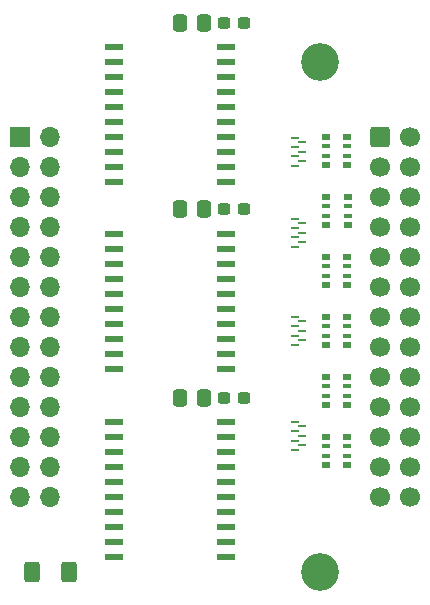
<source format=gbr>
%TF.GenerationSoftware,KiCad,Pcbnew,7.0.2-0*%
%TF.CreationDate,2023-06-06T17:10:40+02:00*%
%TF.ProjectId,SCAN2000_driver,5343414e-3230-4303-905f-647269766572,1.0*%
%TF.SameCoordinates,Original*%
%TF.FileFunction,Soldermask,Top*%
%TF.FilePolarity,Negative*%
%FSLAX46Y46*%
G04 Gerber Fmt 4.6, Leading zero omitted, Abs format (unit mm)*
G04 Created by KiCad (PCBNEW 7.0.2-0) date 2023-06-06 17:10:40*
%MOMM*%
%LPD*%
G01*
G04 APERTURE LIST*
G04 Aperture macros list*
%AMRoundRect*
0 Rectangle with rounded corners*
0 $1 Rounding radius*
0 $2 $3 $4 $5 $6 $7 $8 $9 X,Y pos of 4 corners*
0 Add a 4 corners polygon primitive as box body*
4,1,4,$2,$3,$4,$5,$6,$7,$8,$9,$2,$3,0*
0 Add four circle primitives for the rounded corners*
1,1,$1+$1,$2,$3*
1,1,$1+$1,$4,$5*
1,1,$1+$1,$6,$7*
1,1,$1+$1,$8,$9*
0 Add four rect primitives between the rounded corners*
20,1,$1+$1,$2,$3,$4,$5,0*
20,1,$1+$1,$4,$5,$6,$7,0*
20,1,$1+$1,$6,$7,$8,$9,0*
20,1,$1+$1,$8,$9,$2,$3,0*%
G04 Aperture macros list end*
%ADD10RoundRect,0.237500X-0.300000X-0.237500X0.300000X-0.237500X0.300000X0.237500X-0.300000X0.237500X0*%
%ADD11C,3.200000*%
%ADD12R,0.650000X0.200000*%
%ADD13RoundRect,0.250000X0.337500X0.475000X-0.337500X0.475000X-0.337500X-0.475000X0.337500X-0.475000X0*%
%ADD14R,1.500000X0.600000*%
%ADD15R,0.800000X0.500000*%
%ADD16R,0.800000X0.400000*%
%ADD17RoundRect,0.250000X-0.400000X-0.625000X0.400000X-0.625000X0.400000X0.625000X-0.400000X0.625000X0*%
%ADD18RoundRect,0.250000X-0.600000X-0.600000X0.600000X-0.600000X0.600000X0.600000X-0.600000X0.600000X0*%
%ADD19C,1.700000*%
%ADD20R,1.700000X1.700000*%
%ADD21O,1.700000X1.700000*%
G04 APERTURE END LIST*
D10*
%TO.C,C5*%
X95983000Y-76708000D03*
X97708000Y-76708000D03*
%TD*%
D11*
%TO.C,H1*%
X104140000Y-48260000D03*
%TD*%
D12*
%TO.C,D2*%
X102016000Y-61538000D03*
X102016000Y-62338000D03*
X102016000Y-63138000D03*
X102016000Y-63938000D03*
X102616000Y-61938000D03*
X102616000Y-62738000D03*
X102616000Y-63538000D03*
%TD*%
%TO.C,D3*%
X102016000Y-69850000D03*
X102016000Y-70650000D03*
X102016000Y-71450000D03*
X102016000Y-72250000D03*
X102616000Y-70250000D03*
X102616000Y-71050000D03*
X102616000Y-71850000D03*
%TD*%
D13*
%TO.C,C4*%
X94305500Y-60706000D03*
X92230500Y-60706000D03*
%TD*%
D14*
%TO.C,U3*%
X86690000Y-78740000D03*
X86690000Y-80010000D03*
X86690000Y-81280000D03*
X86690000Y-82550000D03*
X86690000Y-83820000D03*
X86690000Y-85090000D03*
X86690000Y-86360000D03*
X86690000Y-87630000D03*
X86690000Y-88900000D03*
X86690000Y-90170000D03*
X96190000Y-90170000D03*
X96190000Y-88900000D03*
X96190000Y-87630000D03*
X96190000Y-86360000D03*
X96190000Y-85090000D03*
X96190000Y-83820000D03*
X96190000Y-82550000D03*
X96190000Y-81280000D03*
X96190000Y-80010000D03*
X96190000Y-78740000D03*
%TD*%
D15*
%TO.C,RN1*%
X104626000Y-54610000D03*
D16*
X104626000Y-55410000D03*
X104626000Y-56210000D03*
D15*
X104626000Y-57010000D03*
X106426000Y-57010000D03*
D16*
X106426000Y-56210000D03*
X106426000Y-55410000D03*
D15*
X106426000Y-54610000D03*
%TD*%
D17*
%TO.C,F1*%
X79730000Y-91440000D03*
X82830000Y-91440000D03*
%TD*%
D18*
%TO.C,J1*%
X109220000Y-54610000D03*
D19*
X111760000Y-54610000D03*
X109220000Y-57150000D03*
X111760000Y-57150000D03*
X109220000Y-59690000D03*
X111760000Y-59690000D03*
X109220000Y-62230000D03*
X111760000Y-62230000D03*
X109220000Y-64770000D03*
X111760000Y-64770000D03*
X109220000Y-67310000D03*
X111760000Y-67310000D03*
X109220000Y-69850000D03*
X111760000Y-69850000D03*
X109220000Y-72390000D03*
X111760000Y-72390000D03*
X109220000Y-74930000D03*
X111760000Y-74930000D03*
X109220000Y-77470000D03*
X111760000Y-77470000D03*
X109220000Y-80010000D03*
X111760000Y-80010000D03*
X109220000Y-82550000D03*
X111760000Y-82550000D03*
X109220000Y-85090000D03*
X111760000Y-85090000D03*
%TD*%
D15*
%TO.C,RN5*%
X104626000Y-74930000D03*
D16*
X104626000Y-75730000D03*
X104626000Y-76530000D03*
D15*
X104626000Y-77330000D03*
X106426000Y-77330000D03*
D16*
X106426000Y-76530000D03*
X106426000Y-75730000D03*
D15*
X106426000Y-74930000D03*
%TD*%
%TO.C,RN4*%
X104626000Y-69850000D03*
D16*
X104626000Y-70650000D03*
X104626000Y-71450000D03*
D15*
X104626000Y-72250000D03*
X106426000Y-72250000D03*
D16*
X106426000Y-71450000D03*
X106426000Y-70650000D03*
D15*
X106426000Y-69850000D03*
%TD*%
D14*
%TO.C,U1*%
X86690000Y-46990000D03*
X86690000Y-48260000D03*
X86690000Y-49530000D03*
X86690000Y-50800000D03*
X86690000Y-52070000D03*
X86690000Y-53340000D03*
X86690000Y-54610000D03*
X86690000Y-55880000D03*
X86690000Y-57150000D03*
X86690000Y-58420000D03*
X96190000Y-58420000D03*
X96190000Y-57150000D03*
X96190000Y-55880000D03*
X96190000Y-54610000D03*
X96190000Y-53340000D03*
X96190000Y-52070000D03*
X96190000Y-50800000D03*
X96190000Y-49530000D03*
X96190000Y-48260000D03*
X96190000Y-46990000D03*
%TD*%
D20*
%TO.C,J2*%
X78740000Y-54610000D03*
D21*
X81280000Y-54610000D03*
X78740000Y-57150000D03*
X81280000Y-57150000D03*
X78740000Y-59690000D03*
X81280000Y-59690000D03*
X78740000Y-62230000D03*
X81280000Y-62230000D03*
X78740000Y-64770000D03*
X81280000Y-64770000D03*
X78740000Y-67310000D03*
X81280000Y-67310000D03*
X78740000Y-69850000D03*
X81280000Y-69850000D03*
X78740000Y-72390000D03*
X81280000Y-72390000D03*
X78740000Y-74930000D03*
X81280000Y-74930000D03*
X78740000Y-77470000D03*
X81280000Y-77470000D03*
X78740000Y-80010000D03*
X81280000Y-80010000D03*
X78740000Y-82550000D03*
X81280000Y-82550000D03*
X78740000Y-85090000D03*
X81280000Y-85090000D03*
%TD*%
D12*
%TO.C,D1*%
X102016000Y-54680000D03*
X102016000Y-55480000D03*
X102016000Y-56280000D03*
X102016000Y-57080000D03*
X102616000Y-55080000D03*
X102616000Y-55880000D03*
X102616000Y-56680000D03*
%TD*%
D10*
%TO.C,C1*%
X95983000Y-44958000D03*
X97708000Y-44958000D03*
%TD*%
D15*
%TO.C,RN2*%
X104648000Y-59690000D03*
D16*
X104648000Y-60490000D03*
X104648000Y-61290000D03*
D15*
X104648000Y-62090000D03*
X106448000Y-62090000D03*
D16*
X106448000Y-61290000D03*
X106448000Y-60490000D03*
D15*
X106448000Y-59690000D03*
%TD*%
%TO.C,RN3*%
X104626000Y-64770000D03*
D16*
X104626000Y-65570000D03*
X104626000Y-66370000D03*
D15*
X104626000Y-67170000D03*
X106426000Y-67170000D03*
D16*
X106426000Y-66370000D03*
X106426000Y-65570000D03*
D15*
X106426000Y-64770000D03*
%TD*%
D13*
%TO.C,C6*%
X94305500Y-76708000D03*
X92230500Y-76708000D03*
%TD*%
%TO.C,C2*%
X94327000Y-44958000D03*
X92252000Y-44958000D03*
%TD*%
D15*
%TO.C,RN6*%
X104626000Y-80010000D03*
D16*
X104626000Y-80810000D03*
X104626000Y-81610000D03*
D15*
X104626000Y-82410000D03*
X106426000Y-82410000D03*
D16*
X106426000Y-81610000D03*
X106426000Y-80810000D03*
D15*
X106426000Y-80010000D03*
%TD*%
D11*
%TO.C,H2*%
X104140000Y-91440000D03*
%TD*%
D14*
%TO.C,U2*%
X86690000Y-62865000D03*
X86690000Y-64135000D03*
X86690000Y-65405000D03*
X86690000Y-66675000D03*
X86690000Y-67945000D03*
X86690000Y-69215000D03*
X86690000Y-70485000D03*
X86690000Y-71755000D03*
X86690000Y-73025000D03*
X86690000Y-74295000D03*
X96190000Y-74295000D03*
X96190000Y-73025000D03*
X96190000Y-71755000D03*
X96190000Y-70485000D03*
X96190000Y-69215000D03*
X96190000Y-67945000D03*
X96190000Y-66675000D03*
X96190000Y-65405000D03*
X96190000Y-64135000D03*
X96190000Y-62865000D03*
%TD*%
D10*
%TO.C,C3*%
X95961500Y-60706000D03*
X97686500Y-60706000D03*
%TD*%
D12*
%TO.C,D4*%
X101981000Y-78740000D03*
X101981000Y-79540000D03*
X101981000Y-80340000D03*
X101981000Y-81140000D03*
X102581000Y-79140000D03*
X102581000Y-79940000D03*
X102581000Y-80740000D03*
%TD*%
M02*

</source>
